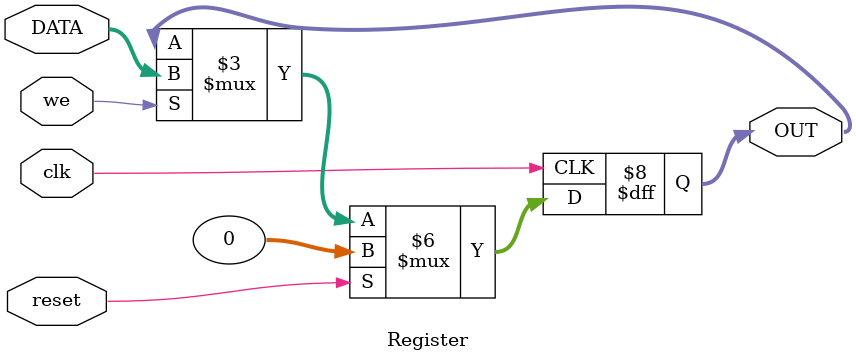
<source format=v>
module Register #(parameter WIDTH=32) (
    input clk,
    input reset,
    input we,
    input [WIDTH-1:0] DATA,
    output reg [WIDTH-1:0] OUT
);

	initial begin
		OUT<=0;
	end	
	
    always @(posedge clk) begin
        if (reset) begin
            OUT <= {WIDTH{1'b0}};
        end else if (we) begin
            OUT <= DATA;
        end
    end
endmodule

</source>
